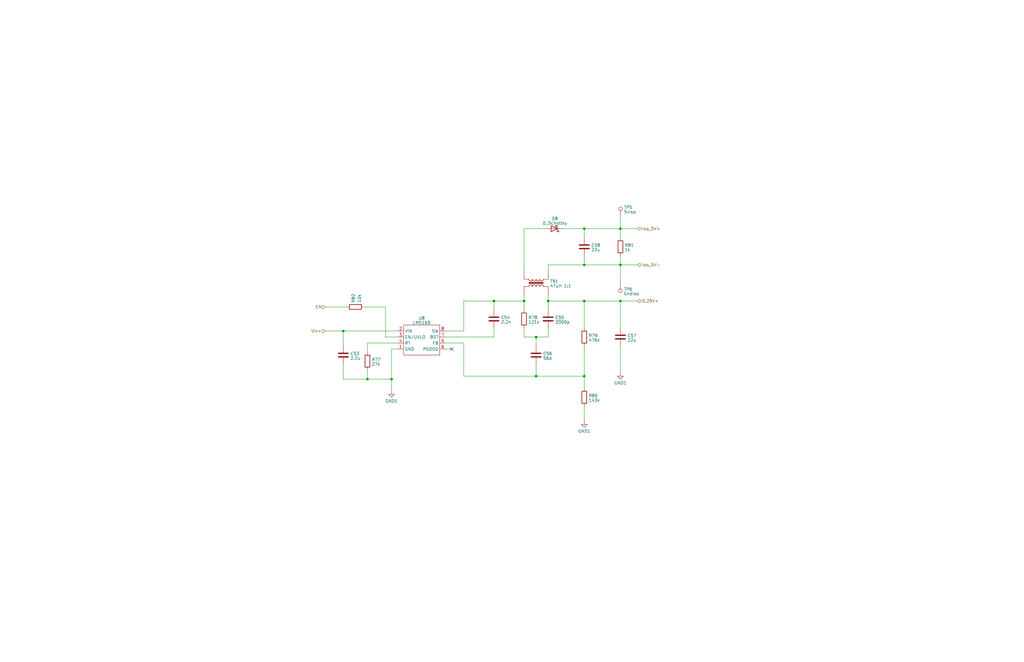
<source format=kicad_sch>
(kicad_sch (version 20230121) (generator eeschema)
  (paper "B")
  (lib_symbols
    (symbol "Connector:TestPoint" (pin_numbers hide) (pin_names (offset 0.762) hide)
      (property "Reference" "TP" (at 0 6.858 0))
      (property "Value" "TestPoint" (at 0 5.08 0))
      (symbol "TestPoint_0_1"
        (circle (center 0 3.302) (radius 0.762))
      )
      (symbol "TestPoint_1_1"
        (pin passive line (at 0 0 90) (length 2.54) (name "1") (number "1"))
      )
    )
    (symbol "Device:C" (pin_numbers hide) (pin_names (offset 0.254))
      (property "Reference" "C" (at 0.635 2.54 0))
      (property "Value" "C" (at 0.635 -2.54 0))
      (symbol "C_0_1"
        (polyline (pts (xy -2.032 -0.762) (xy 2.032 -0.762)) (stroke (width 0.508)))
        (polyline (pts (xy -2.032 0.762) (xy 2.032 0.762)) (stroke (width 0.508)))
      )
      (symbol "C_1_1"
        (pin passive line (at 0 3.81 270) (length 2.794) (name "~") (number "1"))
        (pin passive line (at 0 -3.81 90) (length 2.794) (name "~") (number "2"))
      )
    )
    (symbol "Device:D_Schottky" (pin_numbers hide) (pin_names (offset 1.016) hide)
      (property "Reference" "D" (at 0 2.54 0))
      (property "Value" "D_Schottky" (at 0 -2.54 0))
      (symbol "D_Schottky_0_1"
        (polyline (pts (xy 1.27 0) (xy -1.27 0)))
        (polyline (pts (xy 1.27 1.27) (xy 1.27 -1.27) (xy -1.27 0) (xy 1.27 1.27)) (stroke (width 0.254)))
        (polyline (pts (xy -1.905 0.635) (xy -1.905 1.27) (xy -1.27 1.27) (xy -1.27 -1.27) (xy -0.635 -1.27) (xy -0.635 -0.635)) (stroke (width 0.254)))
      )
      (symbol "D_Schottky_1_1"
        (pin passive line (at -3.81 0 0) (length 2.54) (name "K") (number "1"))
        (pin passive line (at 3.81 0 180) (length 2.54) (name "A") (number "2"))
      )
    )
    (symbol "Device:R" (pin_numbers hide) (pin_names (offset 0))
      (property "Reference" "R" (at 2.032 0 90))
      (property "Value" "R" (at 0 0 90))
      (symbol "R_0_1"
        (rectangle (start -1.016 -2.54) (end 1.016 2.54) (stroke (width 0.254)))
      )
      (symbol "R_1_1"
        (pin passive line (at 0 3.81 270) (length 1.27) (name "~") (number "1"))
        (pin passive line (at 0 -3.81 90) (length 1.27) (name "~") (number "2"))
      )
    )
    (symbol "Transformer:TRANSF1" (pin_numbers hide) (pin_names (offset 0))
      (property "Reference" "TR" (at 0 6.35 0))
      (property "Value" "TRANSF1" (at 0 -6.35 0))
      (symbol "TRANSF1_0_1"
        (arc (start -1.524 -3.048) (mid -0.7653 -2.286) (end -1.524 -1.524) (stroke (width 0.2032)))
        (arc (start -1.524 -1.524) (mid -0.7653 -0.762) (end -1.524 0) (stroke (width 0.2032)))
        (arc (start -1.524 0) (mid -0.7653 0.762) (end -1.524 1.524) (stroke (width 0.2032)))
        (arc (start -1.524 1.524) (mid -0.7653 2.286) (end -1.524 3.048) (stroke (width 0.2032)))
        (rectangle (start -0.254 3.048) (end 0.254 -3.048) (stroke (width 0.0254)) (fill (type outline)))
        (polyline (pts (xy -2.54 5.08) (xy -1.524 5.08) (xy -1.524 3.048) (xy -1.524 3.048)) (stroke (width 0.1524)))
        (polyline (pts (xy -1.524 -3.048) (xy -1.524 -5.08) (xy -2.54 -5.08) (xy -2.54 -5.08)) (stroke (width 0.1524)))
        (polyline (pts (xy 1.524 3.048) (xy 1.524 5.08) (xy 2.54 5.08) (xy 2.54 5.08)) (stroke (width 0.1524)))
        (polyline (pts (xy 2.54 -5.08) (xy 1.524 -5.08) (xy 1.524 -3.048) (xy 1.524 -3.048)) (stroke (width 0.1524)))
        (arc (start 1.524 -1.524) (mid 0.7653 -2.286) (end 1.524 -3.048) (stroke (width 0.2032)))
        (arc (start 1.524 0) (mid 0.7653 -0.762) (end 1.524 -1.524) (stroke (width 0.2032)))
        (arc (start 1.524 1.524) (mid 0.7653 0.762) (end 1.524 0) (stroke (width 0.2032)))
        (arc (start 1.524 3.048) (mid 0.7653 2.286) (end 1.524 1.524) (stroke (width 0.2032)))
      )
      (symbol "TRANSF1_1_1"
        (pin passive line (at -5.08 5.08 0) (length 2.54) (name "~") (number "1"))
        (pin passive line (at -5.08 -5.08 0) (length 2.54) (name "~") (number "2"))
        (pin passive line (at 5.08 -5.08 180) (length 2.54) (name "~") (number "3"))
        (pin passive line (at 5.08 5.08 180) (length 2.54) (name "~") (number "4"))
      )
    )
    (symbol "power:GND1" (power) (pin_names (offset 0))
      (property "Value" "GND1" (at 0 -3.81 0))
      (symbol "GND1_0_1"
        (polyline (pts (xy 0 0) (xy 0 -1.27) (xy 1.27 -1.27) (xy 0 -2.54) (xy -1.27 -1.27) (xy 0 -1.27)))
      )
      (symbol "GND1_1_1"
        (pin power_in line (at 0 0 270) (length 0) hide (name "GND1") (number "1"))
      )
    )
    (symbol "qtech:LM5169"
      (property "Reference" "U" (at -7.62 8.89 0))
      (property "Value" "LM5169" (at -7.62 6.35 0))
      (symbol "LM5169_0_1"
        (rectangle (start -7.62 5.08) (end 7.62 -7.62))
      )
      (symbol "LM5169_1_1"
        (pin power_in line (at -10.16 -5.08 0) (length 2.54) (name "GND") (number "1"))
        (pin power_in line (at -10.16 2.54 0) (length 2.54) (name "VIN") (number "2"))
        (pin input line (at -10.16 0 0) (length 2.54) (name "EN/UVLO") (number "3"))
        (pin input line (at -10.16 -2.54 0) (length 2.54) (name "RT") (number "4"))
        (pin input line (at 10.16 -2.54 180) (length 2.54) (name "FB") (number "5"))
        (pin output line (at 10.16 -5.08 180) (length 2.54) (name "PGOOD") (number "6"))
        (pin power_in line (at 10.16 0 180) (length 2.54) (name "BST") (number "7"))
        (pin power_out line (at 10.16 2.54 180) (length 2.54) (name "SW") (number "8"))
        (pin input line (at -10.16 -5.08 0) (length 2.54) hide (name "GND") (number "9"))
      )
    )
  )
  (junction (at 261.62 127))
  (junction (at 226.06 142.24))
  (junction (at 165.1 160.02))
  (junction (at 208.28 127))
  (junction (at 220.98 127))
  (junction (at 246.38 96.52))
  (junction (at 231.14 127))
  (junction (at 246.38 127))
  (junction (at 154.94 160.02))
  (junction (at 246.38 158.75))
  (junction (at 261.62 111.76))
  (junction (at 261.62 96.52))
  (junction (at 246.38 111.76))
  (junction (at 144.78 139.7))
  (junction (at 226.06 158.75))
  (no_connect (at 190.5 147.32))
  (wire (pts (xy 154.94 156.21) (xy 154.94 160.02)))
  (wire (pts (xy 226.06 158.75) (xy 246.38 158.75)))
  (wire (pts (xy 220.98 96.52) (xy 229.87 96.52)))
  (wire (pts (xy 246.38 127) (xy 246.38 138.43)))
  (wire (pts (xy 220.98 142.24) (xy 226.06 142.24)))
  (wire (pts (xy 167.64 147.32) (xy 165.1 147.32)))
  (wire (pts (xy 187.96 139.7) (xy 195.58 139.7)))
  (wire (pts (xy 237.49 96.52) (xy 246.38 96.52)))
  (wire (pts (xy 261.62 96.52) (xy 269.24 96.52)))
  (wire (pts (xy 167.64 142.24) (xy 162.56 142.24)))
  (wire (pts (xy 220.98 96.52) (xy 220.98 114.3)))
  (wire (pts (xy 231.14 142.24) (xy 226.06 142.24)))
  (wire (pts (xy 220.98 124.46) (xy 220.98 127)))
  (wire (pts (xy 261.62 111.76) (xy 261.62 119.38)))
  (wire (pts (xy 231.14 111.76) (xy 231.14 114.3)))
  (wire (pts (xy 187.96 147.32) (xy 190.5 147.32)))
  (wire (pts (xy 162.56 142.24) (xy 162.56 129.54)))
  (wire (pts (xy 165.1 160.02) (xy 154.94 160.02)))
  (wire (pts (xy 144.78 139.7) (xy 144.78 146.05)))
  (wire (pts (xy 246.38 146.05) (xy 246.38 158.75)))
  (wire (pts (xy 231.14 127) (xy 246.38 127)))
  (wire (pts (xy 137.16 139.7) (xy 144.78 139.7)))
  (wire (pts (xy 195.58 127) (xy 208.28 127)))
  (wire (pts (xy 187.96 144.78) (xy 195.58 144.78)))
  (wire (pts (xy 246.38 96.52) (xy 246.38 100.33)))
  (wire (pts (xy 137.16 129.54) (xy 146.05 129.54)))
  (wire (pts (xy 167.64 144.78) (xy 154.94 144.78)))
  (wire (pts (xy 220.98 138.43) (xy 220.98 142.24)))
  (wire (pts (xy 220.98 127) (xy 220.98 130.81)))
  (wire (pts (xy 226.06 153.67) (xy 226.06 158.75)))
  (wire (pts (xy 144.78 160.02) (xy 144.78 153.67)))
  (wire (pts (xy 226.06 142.24) (xy 226.06 146.05)))
  (wire (pts (xy 187.96 142.24) (xy 208.28 142.24)))
  (wire (pts (xy 220.98 127) (xy 208.28 127)))
  (wire (pts (xy 246.38 111.76) (xy 231.14 111.76)))
  (wire (pts (xy 195.58 144.78) (xy 195.58 158.75)))
  (wire (pts (xy 208.28 142.24) (xy 208.28 138.43)))
  (wire (pts (xy 195.58 158.75) (xy 226.06 158.75)))
  (wire (pts (xy 154.94 160.02) (xy 144.78 160.02)))
  (wire (pts (xy 165.1 160.02) (xy 165.1 165.1)))
  (wire (pts (xy 261.62 146.05) (xy 261.62 157.48)))
  (wire (pts (xy 246.38 171.45) (xy 246.38 177.8)))
  (wire (pts (xy 144.78 139.7) (xy 167.64 139.7)))
  (wire (pts (xy 261.62 127) (xy 261.62 138.43)))
  (wire (pts (xy 246.38 96.52) (xy 261.62 96.52)))
  (wire (pts (xy 154.94 144.78) (xy 154.94 148.59)))
  (wire (pts (xy 165.1 147.32) (xy 165.1 160.02)))
  (wire (pts (xy 246.38 127) (xy 261.62 127)))
  (wire (pts (xy 208.28 127) (xy 208.28 130.81)))
  (wire (pts (xy 261.62 111.76) (xy 269.24 111.76)))
  (wire (pts (xy 162.56 129.54) (xy 153.67 129.54)))
  (wire (pts (xy 231.14 138.43) (xy 231.14 142.24)))
  (wire (pts (xy 261.62 127) (xy 269.24 127)))
  (wire (pts (xy 246.38 111.76) (xy 261.62 111.76)))
  (wire (pts (xy 261.62 91.44) (xy 261.62 96.52)))
  (wire (pts (xy 231.14 127) (xy 231.14 130.81)))
  (wire (pts (xy 195.58 139.7) (xy 195.58 127)))
  (wire (pts (xy 261.62 107.95) (xy 261.62 111.76)))
  (wire (pts (xy 231.14 124.46) (xy 231.14 127)))
  (wire (pts (xy 261.62 96.52) (xy 261.62 100.33)))
  (wire (pts (xy 246.38 107.95) (xy 246.38 111.76)))
  (wire (pts (xy 246.38 158.75) (xy 246.38 163.83)))
  (hierarchical_label "Iso_5V+" (shape output) (at 269.24 96.52 0))
  (hierarchical_label "5.25V+" (shape output) (at 269.24 127 0))
  (hierarchical_label "EN" (shape input) (at 137.16 129.54 180))
  (hierarchical_label "Iso_5V-" (shape output) (at 269.24 111.76 0))
  (hierarchical_label "Vin+" (shape input) (at 137.16 139.7 180))
  (symbol (lib_id "power:GND1") (at 246.38 177.8 0) (unit 1)
    (property "Reference" "#PWR025" (effects hide))
    (property "Value" "GND1" (at 246.38 181.9355 0))
    (instances (project "bms" (path "" (reference "#PWR025") (unit 1)) (path "" (reference "#PWR044") (unit 1))))
  )
  (symbol (lib_id "Device:R") (at 246.38 167.64 0) (unit 1)
    (property "Reference" "R80" (at 248.158 166.9963 0) (effects (justify left)))
    (property "Value" "143k" (at 248.158 168.9173 0) (effects (justify left)))
    (property "Footprint" "Resistor_SMD:R_0402_1005Metric" (effects hide))
    (property "Datasheet" "https://www.mouser.com/datasheet/2/315/AOA0000C304-1149620.pdf" (effects hide))
    (property "Mouser" "https://www.mouser.com/ProductDetail/Panasonic/ERJ-2RKF1403X?qs=sGAEpiMZZMtlubZbdhIBILWcrV%252BWBYJCciUUV%252B0xR5Y%3D" (effects hide))
    (property "Part Number" "ERJ-2RKF1403X" (effects hide))
    (property "Rating" "100 mW 140k" (effects hide))
  )
  (symbol (lib_id "Transformer:TRANSF1") (at 226.06 119.38 90) (unit 1)
    (property "Reference" "TR1" (at 231.8512 118.7363 90) (effects (justify right)))
    (property "Value" "47uH 1:1" (at 231.8512 120.6573 90) (effects (justify right)))
    (property "Footprint" "qtech:L_Bourns_SRF0703A" (effects hide))
    (property "Datasheet" "https://www.mouser.com/datasheet/2/54/SRF0703A-1391409.pdf" (effects hide))
    (property "Mouser" "https://www.mouser.com/ProductDetail/Bourns/SRF0703A-470M?qs=xGZga0pI15Omgx1CXzPWDQ%3D%3D" (effects hide))
    (property "Part Number" "SRF0703A-470M" (effects hide))
  )
  (symbol (lib_id "Device:C") (at 144.78 149.86 0) (unit 1)
    (property "Reference" "C53" (at 147.701 149.2163 0) (effects (justify left)))
    (property "Value" "2.2u" (at 147.701 151.1373 0) (effects (justify left)))
    (property "Footprint" "Capacitor_SMD:C_1210_3225Metric" (effects hide))
    (property "Datasheet" "https://www.mouser.com/datasheet/2/585/MLCC-1837944.pdf" (effects hide))
    (property "Mouser" "https://www.mouser.com/ProductDetail/Samsung-Electro-Mechanics/CL32B225KCJSNNF?qs=sGAEpiMZZMsh%252B1woXyUXj9e2R%2FOkAO5ohYe9%2FNjJuH0%3D" (effects hide))
    (property "Part Number" "CL32B225KCJSNNF" (effects hide))
    (property "Rating" "100V X7R 2X dielectric or better" (effects hide))
  )
  (symbol (lib_id "Device:R") (at 154.94 152.4 0) (unit 1)
    (property "Reference" "R77" (at 156.718 151.7563 0) (effects (justify left)))
    (property "Value" "27k" (at 156.718 153.6773 0) (effects (justify left)))
    (property "Footprint" "Resistor_SMD:R_0603_1608Metric" (effects hide))
    (property "Datasheet" "https://www.mouser.com/datasheet/2/447/PYu_RC_Group_51_RoHS_L_11-1984063.pdf" (effects hide))
    (property "Mouser" "https://www.mouser.com/ProductDetail/YAGEO/RC0603JR-0727KL?qs=sGAEpiMZZMtlubZbdhIBIAVdtiC5pVGKh%252By%2FrHZo%2FQg%3D" (effects hide))
    (property "Part Number" "RC0603JR-0727KL" (effects hide))
    (property "Rating" "100mW" (effects hide))
  )
  (symbol (lib_id "Device:D_Schottky") (at 233.68 96.52 180) (unit 1)
    (property "Reference" "D8" (at 233.9975 92.2401 0))
    (property "Value" "D_Schottky" (at 233.9975 94.1611 0))
    (property "Footprint" "Diode_SMD:D_SMA" (effects hide))
    (property "Datasheet" "https://www.vishay.com/doc?88746" (effects hide))
    (property "Mouser" "https://www.mouser.com/ProductDetail/Vishay-General-Semiconductor/SS12-E3-61T?qs=x2jpVgRnAtMAR%252B%2FC0Ttl9A%3D%3D" (effects hide))
    (property "Part Number" " SS12-E3/61T" (effects hide))
    (property "Rating" "1A Schottky" (effects hide))
  )
  (symbol (lib_id "power:GND1") (at 261.62 157.48 0) (unit 1)
    (property "Reference" "#PWR025" (effects hide))
    (property "Value" "GND1" (at 261.62 161.6155 0))
    (instances (project "bms" (path "" (reference "#PWR025") (unit 1)) (path "" (reference "#PWR045") (unit 1))))
  )
  (symbol (lib_id "qtech:LM5169") (at 177.8 142.24 0) (unit 1)
    (property "Reference" "U8" (at 177.8 134.2771 0))
    (property "Value" "LM5169" (at 177.8 136.1981 0))
    (property "Footprint" "Package_SO:TI_SO-PowerPAD-8_ThermalVias" (effects hide))
    (property "Datasheet" "https://www.ti.com/lit/ds/symlink/lm5168.pdf" (effects hide))
    (property "Mouser" "https://www.mouser.com/ProductDetail/Texas-Instruments/LM5169FDDAR?qs=T%252BzbugeAwjhTjdfXou%252BoXA%3D%3D" (effects hide))
    (property "Part Number" "LM5169FDDAR" (effects hide))
  )
  (symbol (lib_id "Device:C") (at 208.28 134.62 0) (unit 1)
    (property "Reference" "C54" (at 211.201 133.9763 0) (effects (justify left)))
    (property "Value" "2.2n" (at 211.201 135.8973 0) (effects (justify left)))
    (property "Footprint" "Capacitor_SMD:C_0603_1608Metric" (effects hide))
    (property "Datasheet" "https://www.mouser.com/datasheet/2/40/X7RDielectric-2943470.pdf" (effects hide))
    (property "Mouser" "https://www.mouser.com/ProductDetail/KYOCERA-AVX/0603YC222KAT2A?qs=sGAEpiMZZMt7gvpyg0xT8uAr8Yl%2FXjZ19fVVjWDLx6U%3D" (effects hide))
    (property "Part Number" "0603YC222KAT2A" (effects hide))
    (property "Rating" "16V" (effects hide))
  )
  (symbol (lib_id "Connector:TestPoint") (at 261.62 91.44 0) (unit 1)
    (property "Reference" "TP5" (at 263.017 87.4943 0) (effects (justify left)))
    (property "Value" "5vIso" (at 263.017 89.4153 0) (effects (justify left)))
    (property "Footprint" "TestPoint:TestPoint_Pad_D1.5mm" (effects hide))
  )
  (symbol (lib_id "Device:C") (at 246.38 104.14 0) (unit 1)
    (property "Reference" "C58" (at 249.301 103.4963 0) (effects (justify left)))
    (property "Value" "22u" (at 249.301 105.4173 0) (effects (justify left)))
    (property "Footprint" "Capacitor_SMD:C_1206_3216Metric" (effects hide))
    (property "Datasheet" "https://www.mouser.com/datasheet/2/585/MLCC-1837944.pdf" (effects hide))
    (property "Mouser" "https://www.mouser.com/ProductDetail/Samsung-Electro-Mechanics/CL31A226MOCLNNC?qs=sGAEpiMZZMt7gvpyg0xT8gpCc%252Bo5qKWQW0Uoi11QDW8%3D" (effects hide))
    (property "Part Number" "CL31A226MOCLNNC" (effects hide))
    (property "Rating" "16" (effects hide))
  )
  (symbol (lib_id "Device:C") (at 261.62 142.24 0) (unit 1)
    (property "Reference" "C57" (at 264.541 141.5963 0) (effects (justify left)))
    (property "Value" "22u" (at 264.541 143.5173 0) (effects (justify left)))
    (property "Footprint" "Capacitor_SMD:C_1206_3216Metric" (effects hide))
    (property "Datasheet" "https://www.mouser.com/datasheet/2/585/MLCC-1837944.pdf" (effects hide))
    (property "Mouser" "https://www.mouser.com/ProductDetail/Samsung-Electro-Mechanics/CL31A226MOCLNNC?qs=sGAEpiMZZMt7gvpyg0xT8gpCc%252Bo5qKWQW0Uoi11QDW8%3D" (effects hide))
    (property "Part Number" "CL31A226MOCLNNC" (effects hide))
    (property "Rating" "16" (effects hide))
  )
  (symbol (lib_id "power:GND1") (at 165.1 165.1 0) (unit 1)
    (property "Reference" "#PWR025" (effects hide))
    (property "Value" "GND1" (at 165.1 169.2355 0))
  )
  (symbol (lib_id "Device:R") (at 220.98 134.62 0) (unit 1)
    (property "Reference" "R78" (at 222.758 133.9763 0) (effects (justify left)))
    (property "Value" "121k" (at 222.758 135.8973 0) (effects (justify left)))
    (property "Footprint" "Resistor_SMD:R_0402_1005Metric" (effects hide))
    (property "Datasheet" "https://www.mouser.com/datasheet/2/54/cr-1858361.pdf" (effects hide))
    (property "Mouser" "https://www.mouser.com/ProductDetail/Bourns/CR0402-JW-124GLF?qs=sGAEpiMZZMtlubZbdhIBIA2l6dSgzpPWo5C9hKVqRCM%3D" (effects hide))
    (property "Part Number" "CR0402-JW-124GLF" (effects hide))
    (property "Rating" "62.5 mW 120k" (effects hide))
  )
  (symbol (lib_id "Device:R") (at 246.38 142.24 0) (unit 1)
    (property "Reference" "R79" (at 248.158 141.5963 0) (effects (justify left)))
    (property "Value" "476k" (at 248.158 143.5173 0) (effects (justify left)))
    (property "Footprint" "Resistor_SMD:R_0402_1005Metric" (effects hide))
    (property "Datasheet" "https://www.mouser.com/datasheet/2/54/cr-1858361.pdf" (effects hide))
    (property "Mouser" "https://www.mouser.com/ProductDetail/Bourns/CR0402-FX-4753GLF?qs=sGAEpiMZZMtlubZbdhIBIDfFWzqdPB9%252BK4JajUhx65U%3D" (effects hide))
    (property "Part Number" "CR0402-FX-4753GLF" (effects hide))
    (property "Rating" "62.5 mW 475k" (effects hide))
  )
  (symbol (lib_id "Device:C") (at 226.06 149.86 0) (unit 1)
    (property "Reference" "C56" (at 228.981 149.2163 0) (effects (justify left)))
    (property "Value" "56p" (at 228.981 151.1373 0) (effects (justify left)))
    (property "Footprint" "Capacitor_SMD:C_0603_1608Metric" (effects hide))
    (property "Datasheet" "https://www.vishay.com/doc?28548" (effects hide))
    (property "Mouser" "https://www.mouser.com/ProductDetail/Vishay-Vitramon/VJ0603A560JXXCW1BC?qs=b7E%2F5v%252Bp8lrQ9XDoHWTAOA%3D%3D" (effects hide))
    (property "Part Number" "VJ0603A560JXXCW1BC" (effects hide))
    (property "Rating" "25V" (effects hide))
  )
  (symbol (lib_id "Connector:TestPoint") (at 261.62 119.38 180) (unit 1)
    (property "Reference" "TP6" (at 263.017 122.0383 0) (effects (justify right)))
    (property "Value" "GndIso" (at 263.017 123.9593 0) (effects (justify right)))
    (property "Footprint" "TestPoint:TestPoint_Pad_D1.5mm" (effects hide))
  )
  (symbol (lib_id "Device:R") (at 261.62 104.14 0) (unit 1)
    (property "Reference" "R81" (at 263.398 103.4963 0) (effects (justify left)))
    (property "Value" "1k" (at 263.398 105.4173 0) (effects (justify left)))
    (property "Footprint" "Resistor_SMD:R_0603_1608Metric" (effects hide))
    (property "Datasheet" "https://www.vishay.com/doc?20035" (effects hide))
    (property "Mouser" "https://www.mouser.com/ProductDetail/Vishay-Dale/CRCW06031K00FKEC?qs=sGAEpiMZZMtlubZbdhIBIO43cdRDMqnZdC%2FvLADwXWY%3D" (effects hide))
    (property "Part Number" "CRCW06031K00FKEC" (effects hide))
    (property "Rating" "100mW" (effects hide))
  )
  (symbol (lib_id "Device:C") (at 231.14 134.62 0) (unit 1)
    (property "Reference" "C55" (at 234.061 133.9763 0) (effects (justify left)))
    (property "Value" "3300p" (at 234.061 135.8973 0) (effects (justify left)))
    (property "Footprint" "Capacitor_SMD:C_0603_1608Metric" (effects hide))
    (property "Datasheet" "https://www.vishay.com/doc?28548" (effects hide))
    (property "Mouser" "https://www.mouser.com/ProductDetail/Vishay-Vitramon/VJ0603Y332KXXCW1BC?qs=sGAEpiMZZMt7gvpyg0xT8oir60oXeF6Zk2dnMrwI8PE%3D" (effects hide))
    (property "Part Number" "VJ0603Y332KXXCW1BC" (effects hide))
    (property "Rating" "25V" (effects hide))
  )
  (symbol (lib_id "Device:R") (at 149.86 129.54 90) (unit 1)
    (property "Reference" "R82" (at 149.0253 127.762 0) (effects (justify left)))
    (property "Value" "10k" (at 151.5622 127.762 0) (effects (justify left)))
    (property "Footprint" "Resistor_SMD:R_0603_1608Metric" (effects hide))
    (property "Datasheet" "https://www.mouser.com/datasheet/2/219/RK73H-1825326.pdf" (effects hide))
    (property "Mouser" "https://www.mouser.com/ProductDetail/KOA-Speer/RK73H1JTTD1002F?qs=sGAEpiMZZMtlubZbdhIBINkEv%252BGnJSJCzf6arQIEEEA%3D" (effects hide))
    (property "Part Number" "RK73H1JTTD1002F" (effects hide))
    (property "Rating" "100mW" (effects hide))
  )
)
</source>
